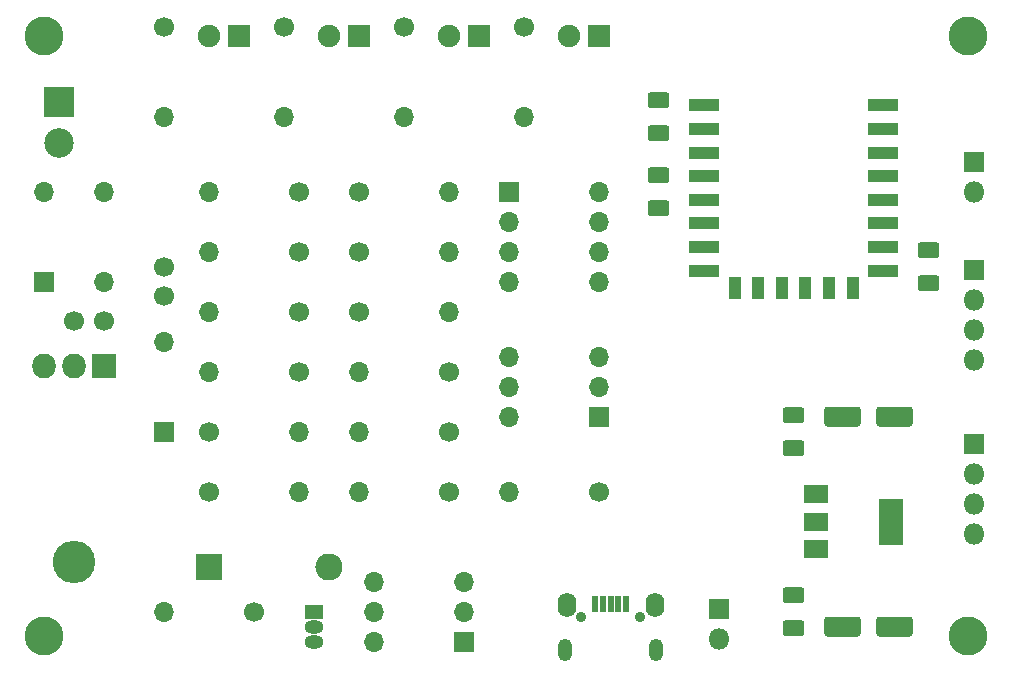
<source format=gbr>
%TF.GenerationSoftware,KiCad,Pcbnew,(5.1.6)-1*%
%TF.CreationDate,2021-01-28T12:38:02+01:00*%
%TF.ProjectId,ebus,65627573-2e6b-4696-9361-645f70636258,rev?*%
%TF.SameCoordinates,Original*%
%TF.FileFunction,Soldermask,Top*%
%TF.FilePolarity,Negative*%
%FSLAX46Y46*%
G04 Gerber Fmt 4.6, Leading zero omitted, Abs format (unit mm)*
G04 Created by KiCad (PCBNEW (5.1.6)-1) date 2021-01-28 12:38:02*
%MOMM*%
%LPD*%
G01*
G04 APERTURE LIST*
%ADD10C,3.300000*%
%ADD11O,1.700000X1.700000*%
%ADD12R,1.700000X1.700000*%
%ADD13C,1.700000*%
%ADD14R,2.100000X1.600000*%
%ADD15R,2.100000X3.900000*%
%ADD16R,2.600000X1.100000*%
%ADD17R,1.100000X1.900000*%
%ADD18O,2.005000X2.100000*%
%ADD19R,2.005000X2.100000*%
%ADD20O,3.600000X3.600000*%
%ADD21R,1.600000X1.150000*%
%ADD22O,1.600000X1.150000*%
%ADD23O,1.800000X1.800000*%
%ADD24R,1.800000X1.800000*%
%ADD25O,0.900000X0.900000*%
%ADD26O,1.250000X1.900000*%
%ADD27O,1.550000X2.100000*%
%ADD28R,0.550000X1.400000*%
%ADD29C,2.500000*%
%ADD30R,2.500000X2.500000*%
%ADD31C,1.900000*%
%ADD32R,1.900000X1.900000*%
%ADD33O,2.300000X2.300000*%
%ADD34R,2.300000X2.300000*%
G04 APERTURE END LIST*
D10*
%TO.C,REF\u002A\u002A*%
X121412000Y-136652000D03*
%TD*%
%TO.C,REF\u002A\u002A*%
X121412000Y-85852000D03*
%TD*%
%TO.C,REF\u002A\u002A*%
X43180000Y-136652000D03*
%TD*%
%TO.C,REF\u002A\u002A*%
X43180000Y-85852000D03*
%TD*%
D11*
%TO.C,D7*%
X53340000Y-111760000D03*
D12*
X53340000Y-119380000D03*
%TD*%
D13*
%TO.C,C6*%
X53340000Y-107910000D03*
X53340000Y-105410000D03*
%TD*%
D11*
%TO.C,U4*%
X82550000Y-118110000D03*
X90170000Y-113030000D03*
X82550000Y-115570000D03*
X90170000Y-115570000D03*
X82550000Y-113030000D03*
D12*
X90170000Y-118110000D03*
%TD*%
%TO.C,C4*%
G36*
G01*
X106025000Y-120105000D02*
X107335000Y-120105000D01*
G75*
G02*
X107605000Y-120375000I0J-270000D01*
G01*
X107605000Y-121185000D01*
G75*
G02*
X107335000Y-121455000I-270000J0D01*
G01*
X106025000Y-121455000D01*
G75*
G02*
X105755000Y-121185000I0J270000D01*
G01*
X105755000Y-120375000D01*
G75*
G02*
X106025000Y-120105000I270000J0D01*
G01*
G37*
G36*
G01*
X106025000Y-117305000D02*
X107335000Y-117305000D01*
G75*
G02*
X107605000Y-117575000I0J-270000D01*
G01*
X107605000Y-118385000D01*
G75*
G02*
X107335000Y-118655000I-270000J0D01*
G01*
X106025000Y-118655000D01*
G75*
G02*
X105755000Y-118385000I0J270000D01*
G01*
X105755000Y-117575000D01*
G75*
G02*
X106025000Y-117305000I270000J0D01*
G01*
G37*
%TD*%
%TO.C,C2*%
G36*
G01*
X107335000Y-133895000D02*
X106025000Y-133895000D01*
G75*
G02*
X105755000Y-133625000I0J270000D01*
G01*
X105755000Y-132815000D01*
G75*
G02*
X106025000Y-132545000I270000J0D01*
G01*
X107335000Y-132545000D01*
G75*
G02*
X107605000Y-132815000I0J-270000D01*
G01*
X107605000Y-133625000D01*
G75*
G02*
X107335000Y-133895000I-270000J0D01*
G01*
G37*
G36*
G01*
X107335000Y-136695000D02*
X106025000Y-136695000D01*
G75*
G02*
X105755000Y-136425000I0J270000D01*
G01*
X105755000Y-135615000D01*
G75*
G02*
X106025000Y-135345000I270000J0D01*
G01*
X107335000Y-135345000D01*
G75*
G02*
X107605000Y-135615000I0J-270000D01*
G01*
X107605000Y-136425000D01*
G75*
G02*
X107335000Y-136695000I-270000J0D01*
G01*
G37*
%TD*%
%TO.C,R21*%
G36*
G01*
X117455000Y-106135000D02*
X118765000Y-106135000D01*
G75*
G02*
X119035000Y-106405000I0J-270000D01*
G01*
X119035000Y-107215000D01*
G75*
G02*
X118765000Y-107485000I-270000J0D01*
G01*
X117455000Y-107485000D01*
G75*
G02*
X117185000Y-107215000I0J270000D01*
G01*
X117185000Y-106405000D01*
G75*
G02*
X117455000Y-106135000I270000J0D01*
G01*
G37*
G36*
G01*
X117455000Y-103335000D02*
X118765000Y-103335000D01*
G75*
G02*
X119035000Y-103605000I0J-270000D01*
G01*
X119035000Y-104415000D01*
G75*
G02*
X118765000Y-104685000I-270000J0D01*
G01*
X117455000Y-104685000D01*
G75*
G02*
X117185000Y-104415000I0J270000D01*
G01*
X117185000Y-103605000D01*
G75*
G02*
X117455000Y-103335000I270000J0D01*
G01*
G37*
%TD*%
%TO.C,R20*%
G36*
G01*
X94595000Y-93435000D02*
X95905000Y-93435000D01*
G75*
G02*
X96175000Y-93705000I0J-270000D01*
G01*
X96175000Y-94515000D01*
G75*
G02*
X95905000Y-94785000I-270000J0D01*
G01*
X94595000Y-94785000D01*
G75*
G02*
X94325000Y-94515000I0J270000D01*
G01*
X94325000Y-93705000D01*
G75*
G02*
X94595000Y-93435000I270000J0D01*
G01*
G37*
G36*
G01*
X94595000Y-90635000D02*
X95905000Y-90635000D01*
G75*
G02*
X96175000Y-90905000I0J-270000D01*
G01*
X96175000Y-91715000D01*
G75*
G02*
X95905000Y-91985000I-270000J0D01*
G01*
X94595000Y-91985000D01*
G75*
G02*
X94325000Y-91715000I0J270000D01*
G01*
X94325000Y-90905000D01*
G75*
G02*
X94595000Y-90635000I270000J0D01*
G01*
G37*
%TD*%
%TO.C,R18*%
G36*
G01*
X95905000Y-98335000D02*
X94595000Y-98335000D01*
G75*
G02*
X94325000Y-98065000I0J270000D01*
G01*
X94325000Y-97255000D01*
G75*
G02*
X94595000Y-96985000I270000J0D01*
G01*
X95905000Y-96985000D01*
G75*
G02*
X96175000Y-97255000I0J-270000D01*
G01*
X96175000Y-98065000D01*
G75*
G02*
X95905000Y-98335000I-270000J0D01*
G01*
G37*
G36*
G01*
X95905000Y-101135000D02*
X94595000Y-101135000D01*
G75*
G02*
X94325000Y-100865000I0J270000D01*
G01*
X94325000Y-100055000D01*
G75*
G02*
X94595000Y-99785000I270000J0D01*
G01*
X95905000Y-99785000D01*
G75*
G02*
X96175000Y-100055000I0J-270000D01*
G01*
X96175000Y-100865000D01*
G75*
G02*
X95905000Y-101135000I-270000J0D01*
G01*
G37*
%TD*%
D14*
%TO.C,U6*%
X108610000Y-124700000D03*
X108610000Y-129300000D03*
X108610000Y-127000000D03*
D15*
X114910000Y-127000000D03*
%TD*%
D16*
%TO.C,U5*%
X114280000Y-91750000D03*
X114280000Y-93750000D03*
X114280000Y-95750000D03*
X114280000Y-97750000D03*
X114280000Y-99750000D03*
X114280000Y-101750000D03*
X114280000Y-103750000D03*
X114280000Y-105750000D03*
D17*
X111680000Y-107250000D03*
X109680000Y-107250000D03*
X107680000Y-107250000D03*
X105680000Y-107250000D03*
X103680000Y-107250000D03*
X101680000Y-107250000D03*
D16*
X99080000Y-105750000D03*
X99080000Y-103750000D03*
X99080000Y-101750000D03*
X99080000Y-99750000D03*
X99080000Y-97750000D03*
X99080000Y-95750000D03*
X99080000Y-93750000D03*
X99080000Y-91750000D03*
%TD*%
D18*
%TO.C,U3*%
X43180000Y-113792000D03*
X45720000Y-113792000D03*
D19*
X48260000Y-113792000D03*
D20*
X45720000Y-130452000D03*
%TD*%
D11*
%TO.C,U2*%
X71120000Y-137160000D03*
X78740000Y-132080000D03*
X71120000Y-134620000D03*
X78740000Y-134620000D03*
X71120000Y-132080000D03*
D12*
X78740000Y-137160000D03*
%TD*%
D11*
%TO.C,U1*%
X90170000Y-99060000D03*
X82550000Y-106680000D03*
X90170000Y-101600000D03*
X82550000Y-104140000D03*
X90170000Y-104140000D03*
X82550000Y-101600000D03*
X90170000Y-106680000D03*
D12*
X82550000Y-99060000D03*
%TD*%
D11*
%TO.C,R19*%
X83820000Y-92710000D03*
D13*
X83820000Y-85090000D03*
%TD*%
D11*
%TO.C,R17*%
X53340000Y-92710000D03*
D13*
X53340000Y-85090000D03*
%TD*%
D11*
%TO.C,R16*%
X73660000Y-92710000D03*
D13*
X73660000Y-85090000D03*
%TD*%
D11*
%TO.C,R15*%
X69850000Y-119380000D03*
D13*
X77470000Y-119380000D03*
%TD*%
D11*
%TO.C,R14*%
X69850000Y-114300000D03*
D13*
X77470000Y-114300000D03*
%TD*%
D11*
%TO.C,R13*%
X82550000Y-124460000D03*
D13*
X90170000Y-124460000D03*
%TD*%
D11*
%TO.C,R12*%
X69850000Y-124460000D03*
D13*
X77470000Y-124460000D03*
%TD*%
D11*
%TO.C,R11*%
X57150000Y-109220000D03*
D13*
X64770000Y-109220000D03*
%TD*%
D11*
%TO.C,R10*%
X77470000Y-109220000D03*
D13*
X69850000Y-109220000D03*
%TD*%
D11*
%TO.C,R9*%
X57150000Y-104140000D03*
D13*
X64770000Y-104140000D03*
%TD*%
D11*
%TO.C,R8*%
X57150000Y-99060000D03*
D13*
X64770000Y-99060000D03*
%TD*%
D11*
%TO.C,R7*%
X77470000Y-104140000D03*
D13*
X69850000Y-104140000D03*
%TD*%
D11*
%TO.C,R6*%
X63500000Y-92710000D03*
D13*
X63500000Y-85090000D03*
%TD*%
D11*
%TO.C,R5*%
X64770000Y-124460000D03*
D13*
X57150000Y-124460000D03*
%TD*%
D11*
%TO.C,R4*%
X64770000Y-119380000D03*
D13*
X57150000Y-119380000D03*
%TD*%
D11*
%TO.C,R3*%
X57150000Y-114300000D03*
D13*
X64770000Y-114300000D03*
%TD*%
D11*
%TO.C,R2*%
X77470000Y-99060000D03*
D13*
X69850000Y-99060000D03*
%TD*%
D11*
%TO.C,R1*%
X53340000Y-134620000D03*
D13*
X60960000Y-134620000D03*
%TD*%
D21*
%TO.C,Q1*%
X66040000Y-134620000D03*
D22*
X66040000Y-137160000D03*
X66040000Y-135890000D03*
%TD*%
D23*
%TO.C,J6*%
X121920000Y-113284000D03*
X121920000Y-110744000D03*
X121920000Y-108204000D03*
D24*
X121920000Y-105664000D03*
%TD*%
D23*
%TO.C,J5*%
X121920000Y-99060000D03*
D24*
X121920000Y-96520000D03*
%TD*%
D23*
%TO.C,J4*%
X100330000Y-136906000D03*
D24*
X100330000Y-134366000D03*
%TD*%
D25*
%TO.C,J3*%
X93686000Y-135090000D03*
X88686000Y-135090000D03*
D26*
X95061000Y-137840000D03*
X87311000Y-137840000D03*
D27*
X94911000Y-134040000D03*
X87461000Y-134040000D03*
D28*
X92486000Y-133990000D03*
X91836000Y-133990000D03*
X91186000Y-133990000D03*
X90536000Y-133990000D03*
X89886000Y-133990000D03*
%TD*%
D23*
%TO.C,J2*%
X121920000Y-128016000D03*
X121920000Y-125476000D03*
X121920000Y-122936000D03*
D24*
X121920000Y-120396000D03*
%TD*%
D29*
%TO.C,J1*%
X44450000Y-94940000D03*
D30*
X44450000Y-91440000D03*
%TD*%
D31*
%TO.C,D6*%
X87630000Y-85852000D03*
D32*
X90170000Y-85852000D03*
%TD*%
D31*
%TO.C,D5*%
X57150000Y-85852000D03*
D32*
X59690000Y-85852000D03*
%TD*%
D31*
%TO.C,D4*%
X77470000Y-85852000D03*
D32*
X80010000Y-85852000D03*
%TD*%
D12*
%TO.C,D3*%
X43180000Y-106680000D03*
D11*
X48260000Y-99060000D03*
X48260000Y-106680000D03*
X43180000Y-99060000D03*
%TD*%
D31*
%TO.C,D2*%
X67310000Y-85852000D03*
D32*
X69850000Y-85852000D03*
%TD*%
D33*
%TO.C,D1*%
X67310000Y-130810000D03*
D34*
X57150000Y-130810000D03*
%TD*%
%TO.C,C5*%
G36*
G01*
X113680000Y-118694375D02*
X113680000Y-117525625D01*
G75*
G02*
X113945625Y-117260000I265625J0D01*
G01*
X116514375Y-117260000D01*
G75*
G02*
X116780000Y-117525625I0J-265625D01*
G01*
X116780000Y-118694375D01*
G75*
G02*
X116514375Y-118960000I-265625J0D01*
G01*
X113945625Y-118960000D01*
G75*
G02*
X113680000Y-118694375I0J265625D01*
G01*
G37*
G36*
G01*
X109280000Y-118694375D02*
X109280000Y-117525625D01*
G75*
G02*
X109545625Y-117260000I265625J0D01*
G01*
X112114375Y-117260000D01*
G75*
G02*
X112380000Y-117525625I0J-265625D01*
G01*
X112380000Y-118694375D01*
G75*
G02*
X112114375Y-118960000I-265625J0D01*
G01*
X109545625Y-118960000D01*
G75*
G02*
X109280000Y-118694375I0J265625D01*
G01*
G37*
%TD*%
%TO.C,C3*%
G36*
G01*
X113680000Y-136474375D02*
X113680000Y-135305625D01*
G75*
G02*
X113945625Y-135040000I265625J0D01*
G01*
X116514375Y-135040000D01*
G75*
G02*
X116780000Y-135305625I0J-265625D01*
G01*
X116780000Y-136474375D01*
G75*
G02*
X116514375Y-136740000I-265625J0D01*
G01*
X113945625Y-136740000D01*
G75*
G02*
X113680000Y-136474375I0J265625D01*
G01*
G37*
G36*
G01*
X109280000Y-136474375D02*
X109280000Y-135305625D01*
G75*
G02*
X109545625Y-135040000I265625J0D01*
G01*
X112114375Y-135040000D01*
G75*
G02*
X112380000Y-135305625I0J-265625D01*
G01*
X112380000Y-136474375D01*
G75*
G02*
X112114375Y-136740000I-265625J0D01*
G01*
X109545625Y-136740000D01*
G75*
G02*
X109280000Y-136474375I0J265625D01*
G01*
G37*
%TD*%
D13*
%TO.C,C1*%
X45760000Y-109982000D03*
X48260000Y-109982000D03*
%TD*%
M02*

</source>
